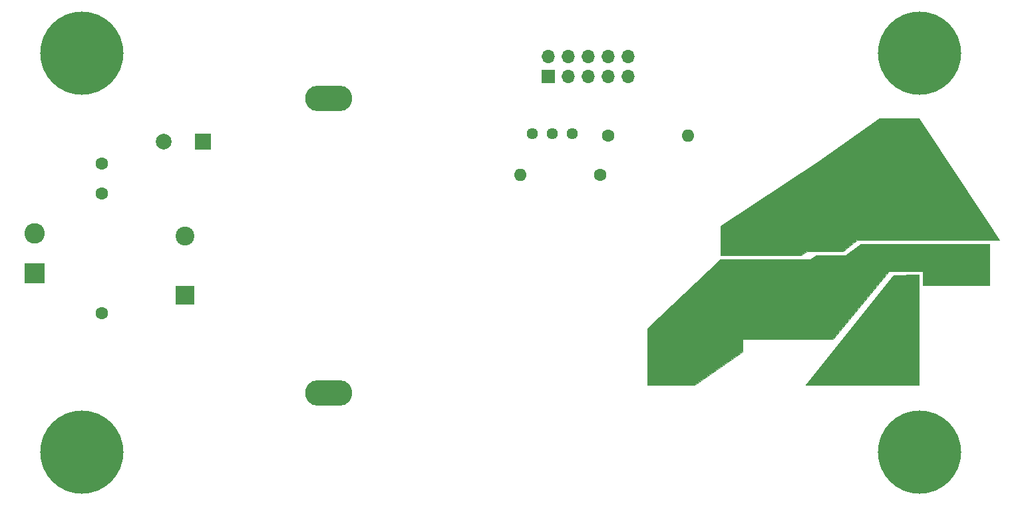
<source format=gbr>
%TF.GenerationSoftware,KiCad,Pcbnew,(5.1.4)-1*%
%TF.CreationDate,2021-09-18T23:44:11+01:00*%
%TF.ProjectId,DC_DC Converter circuit_2,44435f44-4320-4436-9f6e-766572746572,rev?*%
%TF.SameCoordinates,Original*%
%TF.FileFunction,Copper,L2,Bot*%
%TF.FilePolarity,Positive*%
%FSLAX46Y46*%
G04 Gerber Fmt 4.6, Leading zero omitted, Abs format (unit mm)*
G04 Created by KiCad (PCBNEW (5.1.4)-1) date 2021-09-18 23:44:11*
%MOMM*%
%LPD*%
G04 APERTURE LIST*
%ADD10C,0.100000*%
%TA.AperFunction,ComponentPad*%
%ADD11O,1.600000X1.600000*%
%TD*%
%TA.AperFunction,ComponentPad*%
%ADD12C,1.600000*%
%TD*%
%TA.AperFunction,ComponentPad*%
%ADD13C,2.600000*%
%TD*%
%TA.AperFunction,ComponentPad*%
%ADD14R,2.600000X2.600000*%
%TD*%
%TA.AperFunction,ComponentPad*%
%ADD15C,2.000000*%
%TD*%
%TA.AperFunction,ComponentPad*%
%ADD16R,2.000000X2.000000*%
%TD*%
%TA.AperFunction,ComponentPad*%
%ADD17C,2.400000*%
%TD*%
%TA.AperFunction,ComponentPad*%
%ADD18R,2.400000X2.400000*%
%TD*%
%TA.AperFunction,ComponentPad*%
%ADD19C,0.900000*%
%TD*%
%TA.AperFunction,ComponentPad*%
%ADD20C,10.600000*%
%TD*%
%TA.AperFunction,ComponentPad*%
%ADD21O,1.700000X1.700000*%
%TD*%
%TA.AperFunction,ComponentPad*%
%ADD22R,1.700000X1.700000*%
%TD*%
%TA.AperFunction,ComponentPad*%
%ADD23C,3.000000*%
%TD*%
%TA.AperFunction,ComponentPad*%
%ADD24C,1.440000*%
%TD*%
%TA.AperFunction,ComponentPad*%
%ADD25O,6.000000X3.250000*%
%TD*%
G04 APERTURE END LIST*
D10*
G36*
X206750000Y-120250000D02*
G01*
X188625000Y-120250000D01*
X186875000Y-121750000D01*
X182300000Y-121700000D01*
X181500000Y-122250000D01*
X171250000Y-122250000D01*
X171250000Y-118500000D01*
X183750000Y-110250000D01*
X191500000Y-104750000D01*
X196500000Y-104750000D01*
X206750000Y-120250000D01*
G37*
X206750000Y-120250000D02*
X188625000Y-120250000D01*
X186875000Y-121750000D01*
X182300000Y-121700000D01*
X181500000Y-122250000D01*
X171250000Y-122250000D01*
X171250000Y-118500000D01*
X183750000Y-110250000D01*
X191500000Y-104750000D01*
X196500000Y-104750000D01*
X206750000Y-120250000D01*
G36*
X205500000Y-126000000D02*
G01*
X197000000Y-126000000D01*
X197000000Y-124250000D01*
X192750000Y-124250000D01*
X185600000Y-132900000D01*
X174100000Y-132850000D01*
X174100000Y-134500000D01*
X168000000Y-138750000D01*
X162000000Y-138750000D01*
X162000000Y-131500000D01*
X171250000Y-122750000D01*
X182750000Y-122750000D01*
X183500000Y-122250000D01*
X187250000Y-122250000D01*
X189125000Y-120750000D01*
X205500000Y-120750000D01*
X205500000Y-126000000D01*
G37*
X205500000Y-126000000D02*
X197000000Y-126000000D01*
X197000000Y-124250000D01*
X192750000Y-124250000D01*
X185600000Y-132900000D01*
X174100000Y-132850000D01*
X174100000Y-134500000D01*
X168000000Y-138750000D01*
X162000000Y-138750000D01*
X162000000Y-131500000D01*
X171250000Y-122750000D01*
X182750000Y-122750000D01*
X183500000Y-122250000D01*
X187250000Y-122250000D01*
X189125000Y-120750000D01*
X205500000Y-120750000D01*
X205500000Y-126000000D01*
G36*
X196500000Y-138700000D02*
G01*
X182118000Y-138684000D01*
X193294000Y-124714000D01*
X196500000Y-124700000D01*
X196500000Y-138700000D01*
G37*
X196500000Y-138700000D02*
X182118000Y-138684000D01*
X193294000Y-124714000D01*
X196500000Y-124700000D01*
X196500000Y-138700000D01*
D11*
%TO.P,R1,2*%
%TO.N,Net-(R1-Pad2)*%
X145840000Y-112000000D03*
D12*
%TO.P,R1,1*%
%TO.N,VDD*%
X156000000Y-112000000D03*
%TD*%
D11*
%TO.P,R2,2*%
%TO.N,VSS*%
X167160000Y-107000000D03*
D12*
%TO.P,R2,1*%
%TO.N,Net-(R2-Pad1)*%
X157000000Y-107000000D03*
%TD*%
D13*
%TO.P,J1,2*%
%TO.N,VSS*%
X204000000Y-118920000D03*
D14*
%TO.P,J1,1*%
%TO.N,VDD*%
X204000000Y-124000000D03*
%TD*%
D15*
%TO.P,C4,2*%
%TO.N,HV-*%
X100410000Y-107696000D03*
D16*
%TO.P,C4,1*%
%TO.N,HV+*%
X105410000Y-107696000D03*
%TD*%
D17*
%TO.P,C5,2*%
%TO.N,HV-*%
X103124000Y-119754000D03*
D18*
%TO.P,C5,1*%
%TO.N,HV+*%
X103124000Y-127254000D03*
%TD*%
D13*
%TO.P,J3,2*%
%TO.N,HV-*%
X84000000Y-119420000D03*
D14*
%TO.P,J3,1*%
%TO.N,HV+*%
X84000000Y-124500000D03*
%TD*%
D12*
%TO.P,J4,4*%
%TO.N,VSS*%
X193950000Y-118130000D03*
%TO.P,J4,3*%
X193950000Y-114320000D03*
%TO.P,J4,2*%
X193950000Y-110510000D03*
%TO.P,J4,1*%
X193950000Y-106700000D03*
%TD*%
%TO.P,J6,1*%
%TO.N,Net-(F1-Pad1)*%
X92550000Y-129600000D03*
%TD*%
%TO.P,J7,2*%
%TO.N,HV-*%
X92550000Y-114310000D03*
%TO.P,J7,1*%
%TO.N,Net-(J7-Pad1)*%
X92550000Y-110500000D03*
%TD*%
%TO.P,J5,4*%
%TO.N,Net-(F2-Pad1)*%
X194000000Y-137200000D03*
%TO.P,J5,3*%
X194000000Y-133390000D03*
%TO.P,J5,2*%
X194000000Y-129580000D03*
%TO.P,J5,1*%
X194000000Y-125770000D03*
%TD*%
D19*
%TO.P,H1,1*%
%TO.N,Net-(H1-Pad1)*%
X199435749Y-93689251D03*
X196625000Y-92525000D03*
X193814251Y-93689251D03*
X192650000Y-96500000D03*
X193814251Y-99310749D03*
X196625000Y-100475000D03*
X199435749Y-99310749D03*
X200600000Y-96500000D03*
D20*
X196625000Y-96500000D03*
%TD*%
D19*
%TO.P,H3,1*%
%TO.N,Net-(H3-Pad1)*%
X92810749Y-93689251D03*
X90000000Y-92525000D03*
X87189251Y-93689251D03*
X86025000Y-96500000D03*
X87189251Y-99310749D03*
X90000000Y-100475000D03*
X92810749Y-99310749D03*
X93975000Y-96500000D03*
D20*
X90000000Y-96500000D03*
%TD*%
D21*
%TO.P,J2,10*%
%TO.N,Net-(J2-Pad10)*%
X159545000Y-96860000D03*
%TO.P,J2,9*%
%TO.N,Net-(J2-Pad9)*%
X159545000Y-99400000D03*
%TO.P,J2,8*%
%TO.N,Net-(J2-Pad8)*%
X157005000Y-96860000D03*
%TO.P,J2,7*%
%TO.N,Net-(J2-Pad7)*%
X157005000Y-99400000D03*
%TO.P,J2,6*%
%TO.N,Net-(J2-Pad6)*%
X154465000Y-96860000D03*
%TO.P,J2,5*%
%TO.N,Sense-*%
X154465000Y-99400000D03*
%TO.P,J2,4*%
%TO.N,Net-(J2-Pad4)*%
X151925000Y-96860000D03*
%TO.P,J2,3*%
%TO.N,Sense+*%
X151925000Y-99400000D03*
%TO.P,J2,2*%
%TO.N,Net-(J2-Pad2)*%
X149385000Y-96860000D03*
D22*
%TO.P,J2,1*%
%TO.N,TR*%
X149385000Y-99400000D03*
%TD*%
D19*
%TO.P,H4,1*%
%TO.N,Net-(H4-Pad1)*%
X92810749Y-144489251D03*
X90000000Y-143325000D03*
X87189251Y-144489251D03*
X86025000Y-147300000D03*
X87189251Y-150110749D03*
X90000000Y-151275000D03*
X92810749Y-150110749D03*
X93975000Y-147300000D03*
D20*
X90000000Y-147300000D03*
%TD*%
D19*
%TO.P,H2,1*%
%TO.N,Net-(H2-Pad1)*%
X199435749Y-144489251D03*
X196625000Y-143325000D03*
X193814251Y-144489251D03*
X192650000Y-147300000D03*
X193814251Y-150110749D03*
X196625000Y-151275000D03*
X199435749Y-150110749D03*
X200600000Y-147300000D03*
D20*
X196625000Y-147300000D03*
%TD*%
D23*
%TO.P,F2,2*%
%TO.N,VDD*%
X164925000Y-135475000D03*
%TO.P,F2,1*%
%TO.N,Net-(F2-Pad1)*%
X187425000Y-135475000D03*
%TD*%
D24*
%TO.P,RV1,3*%
%TO.N,Net-(R1-Pad2)*%
X147370000Y-106750000D03*
%TO.P,RV1,2*%
%TO.N,TR*%
X149910000Y-106750000D03*
%TO.P,RV1,1*%
%TO.N,Net-(R2-Pad1)*%
X152450000Y-106750000D03*
%TD*%
D25*
%TO.P,F1,1*%
%TO.N,Net-(F1-Pad1)*%
X121412000Y-139700000D03*
%TO.P,F1,2*%
%TO.N,HV+*%
X121412000Y-102200000D03*
%TD*%
D16*
%TO.P,C3,1*%
%TO.N,VDD*%
X186200000Y-124200000D03*
D15*
%TO.P,C3,2*%
%TO.N,VSS*%
X186200000Y-119200000D03*
%TD*%
M02*

</source>
